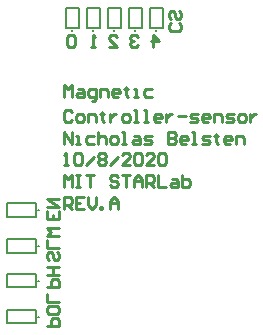
<source format=gbo>
G04*
G04 #@! TF.GenerationSoftware,Altium Limited,Altium Designer,20.1.12 (249)*
G04*
G04 Layer_Color=32896*
%FSLAX25Y25*%
%MOIN*%
G70*
G04*
G04 #@! TF.SameCoordinates,D8CEFF92-047C-410D-934D-B173C227594B*
G04*
G04*
G04 #@! TF.FilePolarity,Positive*
G04*
G01*
G75*
%ADD10C,0.01000*%
%ADD45C,0.00500*%
G36*
X12500Y72500D02*
D01*
D02*
G37*
G36*
Y84500D02*
D01*
D02*
G37*
G36*
Y96000D02*
D01*
D02*
G37*
G36*
Y108000D02*
D01*
D02*
G37*
G36*
X22500Y172500D02*
D01*
D02*
G37*
G36*
X29500D02*
D01*
D02*
G37*
G36*
X36500D02*
D01*
D02*
G37*
G36*
X43500D02*
D01*
D02*
G37*
G36*
X50500D02*
D01*
D02*
G37*
D10*
X22600Y148825D02*
Y152824D01*
X23933Y151491D01*
X25266Y152824D01*
Y148825D01*
X27265Y151491D02*
X28598D01*
X29265Y150824D01*
Y148825D01*
X27265D01*
X26599Y149492D01*
X27265Y150158D01*
X29265D01*
X31930Y147492D02*
X32597D01*
X33263Y148159D01*
Y151491D01*
X31264D01*
X30597Y150824D01*
Y149492D01*
X31264Y148825D01*
X33263D01*
X34596D02*
Y151491D01*
X36595D01*
X37262Y150824D01*
Y148825D01*
X40594D02*
X39261D01*
X38595Y149492D01*
Y150824D01*
X39261Y151491D01*
X40594D01*
X41261Y150824D01*
Y150158D01*
X38595D01*
X43260Y152157D02*
Y151491D01*
X42594D01*
X43926D01*
X43260D01*
Y149492D01*
X43926Y148825D01*
X45926D02*
X47259D01*
X46592D01*
Y151491D01*
X45926D01*
X51924D02*
X49924D01*
X49258Y150824D01*
Y149492D01*
X49924Y148825D01*
X51924D01*
X25266Y143626D02*
X24599Y144292D01*
X23267D01*
X22600Y143626D01*
Y140960D01*
X23267Y140294D01*
X24599D01*
X25266Y140960D01*
X27265Y140294D02*
X28598D01*
X29265Y140960D01*
Y142293D01*
X28598Y142960D01*
X27265D01*
X26599Y142293D01*
Y140960D01*
X27265Y140294D01*
X30597D02*
Y142960D01*
X32597D01*
X33263Y142293D01*
Y140294D01*
X35263Y143626D02*
Y142960D01*
X34596D01*
X35929D01*
X35263D01*
Y140960D01*
X35929Y140294D01*
X37928Y142960D02*
Y140294D01*
Y141627D01*
X38595Y142293D01*
X39261Y142960D01*
X39928D01*
X42594Y140294D02*
X43926D01*
X44593Y140960D01*
Y142293D01*
X43926Y142960D01*
X42594D01*
X41927Y142293D01*
Y140960D01*
X42594Y140294D01*
X45926D02*
X47259D01*
X46592D01*
Y144292D01*
X45926D01*
X49258Y140294D02*
X50591D01*
X49924D01*
Y144292D01*
X49258D01*
X54590Y140294D02*
X53257D01*
X52590Y140960D01*
Y142293D01*
X53257Y142960D01*
X54590D01*
X55256Y142293D01*
Y141627D01*
X52590D01*
X56589Y142960D02*
Y140294D01*
Y141627D01*
X57256Y142293D01*
X57922Y142960D01*
X58588D01*
X60588Y142293D02*
X63253D01*
X64587Y140294D02*
X66586D01*
X67252Y140960D01*
X66586Y141627D01*
X65253D01*
X64587Y142293D01*
X65253Y142960D01*
X67252D01*
X70584Y140294D02*
X69252D01*
X68585Y140960D01*
Y142293D01*
X69252Y142960D01*
X70584D01*
X71251Y142293D01*
Y141627D01*
X68585D01*
X72584Y140294D02*
Y142960D01*
X74583D01*
X75250Y142293D01*
Y140294D01*
X76583D02*
X78582D01*
X79248Y140960D01*
X78582Y141627D01*
X77249D01*
X76583Y142293D01*
X77249Y142960D01*
X79248D01*
X81248Y140294D02*
X82581D01*
X83247Y140960D01*
Y142293D01*
X82581Y142960D01*
X81248D01*
X80581Y142293D01*
Y140960D01*
X81248Y140294D01*
X84580Y142960D02*
Y140294D01*
Y141627D01*
X85246Y142293D01*
X85913Y142960D01*
X86579D01*
X22600Y133095D02*
Y137094D01*
X25266Y133095D01*
Y137094D01*
X26599Y133095D02*
X27932D01*
X27265D01*
Y135761D01*
X26599D01*
X32597D02*
X30597D01*
X29931Y135095D01*
Y133762D01*
X30597Y133095D01*
X32597D01*
X33930Y137094D02*
Y133095D01*
Y135095D01*
X34596Y135761D01*
X35929D01*
X36595Y135095D01*
Y133095D01*
X38595D02*
X39928D01*
X40594Y133762D01*
Y135095D01*
X39928Y135761D01*
X38595D01*
X37928Y135095D01*
Y133762D01*
X38595Y133095D01*
X41927D02*
X43260D01*
X42594D01*
Y137094D01*
X41927D01*
X45926Y135761D02*
X47259D01*
X47925Y135095D01*
Y133095D01*
X45926D01*
X45259Y133762D01*
X45926Y134428D01*
X47925D01*
X49258Y133095D02*
X51257D01*
X51924Y133762D01*
X51257Y134428D01*
X49924D01*
X49258Y135095D01*
X49924Y135761D01*
X51924D01*
X57256Y137094D02*
Y133095D01*
X59255D01*
X59921Y133762D01*
Y134428D01*
X59255Y135095D01*
X57256D01*
X59255D01*
X59921Y135761D01*
Y136428D01*
X59255Y137094D01*
X57256D01*
X63253Y133095D02*
X61921D01*
X61254Y133762D01*
Y135095D01*
X61921Y135761D01*
X63253D01*
X63920Y135095D01*
Y134428D01*
X61254D01*
X65253Y133095D02*
X66586D01*
X65919D01*
Y137094D01*
X65253D01*
X68585Y133095D02*
X70584D01*
X71251Y133762D01*
X70584Y134428D01*
X69252D01*
X68585Y135095D01*
X69252Y135761D01*
X71251D01*
X73250Y136428D02*
Y135761D01*
X72584D01*
X73917D01*
X73250D01*
Y133762D01*
X73917Y133095D01*
X77916D02*
X76583D01*
X75916Y133762D01*
Y135095D01*
X76583Y135761D01*
X77916D01*
X78582Y135095D01*
Y134428D01*
X75916D01*
X79915Y133095D02*
Y135761D01*
X81914D01*
X82581Y135095D01*
Y133095D01*
X22600Y125897D02*
X23933D01*
X23267D01*
Y129896D01*
X22600Y129229D01*
X25932D02*
X26599Y129896D01*
X27932D01*
X28598Y129229D01*
Y126563D01*
X27932Y125897D01*
X26599D01*
X25932Y126563D01*
Y129229D01*
X29931Y125897D02*
X32597Y128563D01*
X33930Y129229D02*
X34596Y129896D01*
X35929D01*
X36595Y129229D01*
Y128563D01*
X35929Y127896D01*
X36595Y127230D01*
Y126563D01*
X35929Y125897D01*
X34596D01*
X33930Y126563D01*
Y127230D01*
X34596Y127896D01*
X33930Y128563D01*
Y129229D01*
X34596Y127896D02*
X35929D01*
X37928Y125897D02*
X40594Y128563D01*
X44593Y125897D02*
X41927D01*
X44593Y128563D01*
Y129229D01*
X43926Y129896D01*
X42594D01*
X41927Y129229D01*
X45926D02*
X46592Y129896D01*
X47925D01*
X48592Y129229D01*
Y126563D01*
X47925Y125897D01*
X46592D01*
X45926Y126563D01*
Y129229D01*
X52590Y125897D02*
X49924D01*
X52590Y128563D01*
Y129229D01*
X51924Y129896D01*
X50591D01*
X49924Y129229D01*
X53923D02*
X54590Y129896D01*
X55923D01*
X56589Y129229D01*
Y126563D01*
X55923Y125897D01*
X54590D01*
X53923Y126563D01*
Y129229D01*
X22600Y118699D02*
Y122697D01*
X23933Y121364D01*
X25266Y122697D01*
Y118699D01*
X26599Y122697D02*
X27932D01*
X27265D01*
Y118699D01*
X26599D01*
X27932D01*
X29931Y122697D02*
X32597D01*
X31264D01*
Y118699D01*
X40594Y122031D02*
X39928Y122697D01*
X38595D01*
X37928Y122031D01*
Y121364D01*
X38595Y120698D01*
X39928D01*
X40594Y120031D01*
Y119365D01*
X39928Y118699D01*
X38595D01*
X37928Y119365D01*
X41927Y122697D02*
X44593D01*
X43260D01*
Y118699D01*
X45926D02*
Y121364D01*
X47259Y122697D01*
X48592Y121364D01*
Y118699D01*
Y120698D01*
X45926D01*
X49924Y118699D02*
Y122697D01*
X51924D01*
X52590Y122031D01*
Y120698D01*
X51924Y120031D01*
X49924D01*
X51257D02*
X52590Y118699D01*
X53923Y122697D02*
Y118699D01*
X56589D01*
X58588Y121364D02*
X59921D01*
X60588Y120698D01*
Y118699D01*
X58588D01*
X57922Y119365D01*
X58588Y120031D01*
X60588D01*
X61921Y122697D02*
Y118699D01*
X63920D01*
X64587Y119365D01*
Y120031D01*
Y120698D01*
X63920Y121364D01*
X61921D01*
X22600Y111500D02*
Y115499D01*
X24599D01*
X25266Y114832D01*
Y113499D01*
X24599Y112833D01*
X22600D01*
X23933D02*
X25266Y111500D01*
X29265Y115499D02*
X26599D01*
Y111500D01*
X29265D01*
X26599Y113499D02*
X27932D01*
X30597Y115499D02*
Y112833D01*
X31930Y111500D01*
X33263Y112833D01*
Y115499D01*
X34596Y111500D02*
Y112167D01*
X35263D01*
Y111500D01*
X34596D01*
X37928D02*
Y114166D01*
X39261Y115499D01*
X40594Y114166D01*
Y111500D01*
Y113499D01*
X37928D01*
X52501Y165500D02*
Y169499D01*
X54500Y167499D01*
X51834D01*
X47500Y168832D02*
X46834Y169499D01*
X45501D01*
X44834Y168832D01*
Y168166D01*
X45501Y167499D01*
X46167D01*
X45501D01*
X44834Y166833D01*
Y166166D01*
X45501Y165500D01*
X46834D01*
X47500Y166166D01*
X37834Y165500D02*
X40500D01*
X37834Y168166D01*
Y168832D01*
X38501Y169499D01*
X39834D01*
X40500Y168832D01*
X33000Y165500D02*
X31667D01*
X32334D01*
Y169499D01*
X33000Y168832D01*
X26500D02*
X25834Y169499D01*
X24501D01*
X23834Y168832D01*
Y166166D01*
X24501Y165500D01*
X25834D01*
X26500Y166166D01*
Y168832D01*
X61056Y173366D02*
X61722Y172699D01*
Y171367D01*
X61056Y170700D01*
X58390D01*
X57723Y171367D01*
Y172699D01*
X58390Y173366D01*
X61056Y177365D02*
X61722Y176698D01*
Y175365D01*
X61056Y174699D01*
X60389D01*
X59723Y175365D01*
Y176698D01*
X59056Y177365D01*
X58390D01*
X57723Y176698D01*
Y175365D01*
X58390Y174699D01*
X17000Y72500D02*
X20999D01*
Y74499D01*
X20332Y75166D01*
X18999D01*
X18333Y74499D01*
Y72500D01*
X20999Y78498D02*
Y77165D01*
X20332Y76499D01*
X17666D01*
X17000Y77165D01*
Y78498D01*
X17666Y79164D01*
X20332D01*
X20999Y78498D01*
Y80497D02*
X17000D01*
Y83163D01*
Y85500D02*
X20999D01*
Y87499D01*
X20332Y88166D01*
X18999D01*
X18333Y87499D01*
Y85500D01*
X20999Y89499D02*
X17000D01*
X18999D01*
Y92164D01*
X20999D01*
X17000D01*
X20332Y97166D02*
X20999Y96499D01*
Y95166D01*
X20332Y94500D01*
X19666D01*
X18999Y95166D01*
Y96499D01*
X18333Y97166D01*
X17666D01*
X17000Y96499D01*
Y95166D01*
X17666Y94500D01*
X20999Y98499D02*
X17000D01*
Y101164D01*
X20999Y102497D02*
X17000D01*
X18333Y103830D01*
X17000Y105163D01*
X20999D01*
Y110666D02*
Y108000D01*
X17000D01*
Y110666D01*
X18999Y108000D02*
Y109333D01*
X17000Y111999D02*
X20999D01*
X17000Y114664D01*
X20999D01*
D45*
X55800Y171700D02*
Y178300D01*
X51200Y171700D02*
X55800D01*
X51200D02*
Y178300D01*
X55800D01*
X53500Y170800D02*
Y170900D01*
X48800Y171700D02*
Y178300D01*
X44200Y171700D02*
X48800D01*
X44200D02*
Y178300D01*
X48800D01*
X46500Y170800D02*
Y170900D01*
X41800Y171700D02*
Y178300D01*
X37200Y171700D02*
X41800D01*
X37200D02*
Y178300D01*
X41800D01*
X39500Y170800D02*
Y170900D01*
X34800Y171700D02*
Y178300D01*
X30200Y171700D02*
X34800D01*
X30200D02*
Y178300D01*
X34800D01*
X32500Y170800D02*
Y170900D01*
X27800Y171700D02*
Y178300D01*
X23200Y171700D02*
X27800D01*
X23200D02*
Y178300D01*
X27800D01*
X25500Y170800D02*
Y170900D01*
X3700Y77800D02*
X13300D01*
Y73200D02*
Y77800D01*
X3700Y73200D02*
X13300D01*
X3700D02*
Y77800D01*
X14100Y75500D02*
X14200D01*
X3700Y89800D02*
X13300D01*
Y85200D02*
Y89800D01*
X3700Y85200D02*
X13300D01*
X3700D02*
Y89800D01*
X14100Y87500D02*
X14200D01*
X3700Y101300D02*
X13300D01*
Y96700D02*
Y101300D01*
X3700Y96700D02*
X13300D01*
X3700D02*
Y101300D01*
X14100Y99000D02*
X14200D01*
X3700Y113300D02*
X13300D01*
Y108700D02*
Y113300D01*
X3700Y108700D02*
X13300D01*
X3700D02*
Y113300D01*
X14100Y111000D02*
X14200D01*
M02*

</source>
